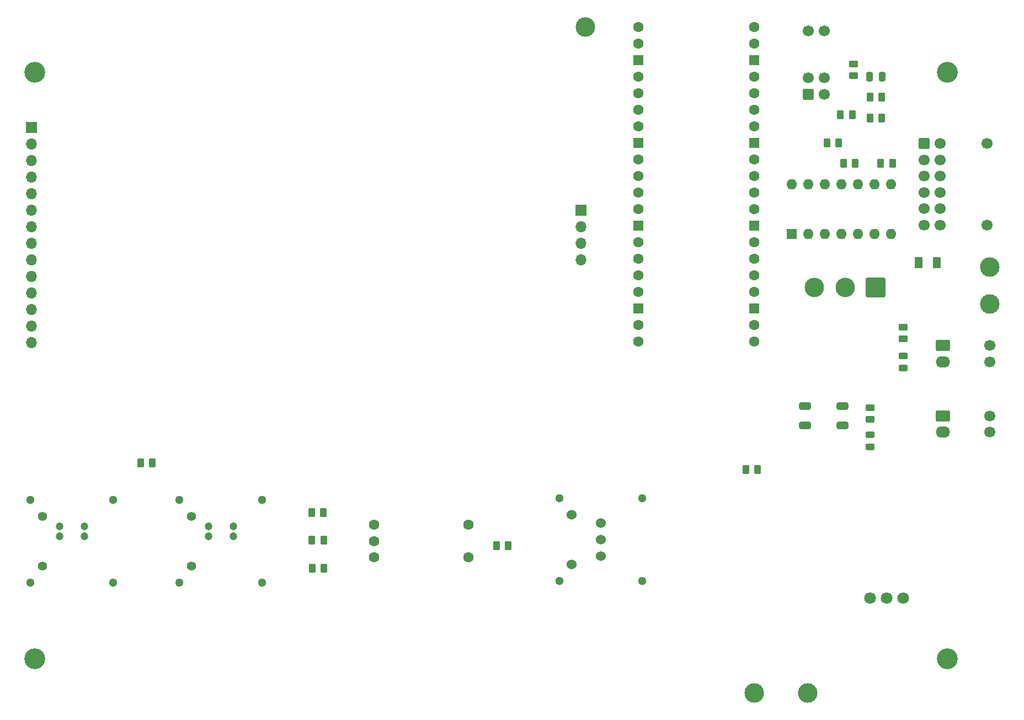
<source format=gts>
%TF.GenerationSoftware,KiCad,Pcbnew,7.0.7*%
%TF.CreationDate,2024-02-03T16:35:20-08:00*%
%TF.ProjectId,Dyno22,44796e6f-3232-42e6-9b69-6361645f7063,rev?*%
%TF.SameCoordinates,Original*%
%TF.FileFunction,Soldermask,Top*%
%TF.FilePolarity,Negative*%
%FSLAX46Y46*%
G04 Gerber Fmt 4.6, Leading zero omitted, Abs format (unit mm)*
G04 Created by KiCad (PCBNEW 7.0.7) date 2024-02-03 16:35:20*
%MOMM*%
%LPD*%
G01*
G04 APERTURE LIST*
G04 Aperture macros list*
%AMRoundRect*
0 Rectangle with rounded corners*
0 $1 Rounding radius*
0 $2 $3 $4 $5 $6 $7 $8 $9 X,Y pos of 4 corners*
0 Add a 4 corners polygon primitive as box body*
4,1,4,$2,$3,$4,$5,$6,$7,$8,$9,$2,$3,0*
0 Add four circle primitives for the rounded corners*
1,1,$1+$1,$2,$3*
1,1,$1+$1,$4,$5*
1,1,$1+$1,$6,$7*
1,1,$1+$1,$8,$9*
0 Add four rect primitives between the rounded corners*
20,1,$1+$1,$2,$3,$4,$5,0*
20,1,$1+$1,$4,$5,$6,$7,0*
20,1,$1+$1,$6,$7,$8,$9,0*
20,1,$1+$1,$8,$9,$2,$3,0*%
G04 Aperture macros list end*
%ADD10RoundRect,0.250000X-0.262500X-0.450000X0.262500X-0.450000X0.262500X0.450000X-0.262500X0.450000X0*%
%ADD11C,3.000000*%
%ADD12C,3.200000*%
%ADD13R,1.700000X1.700000*%
%ADD14O,1.700000X1.700000*%
%ADD15RoundRect,0.250000X-0.250000X-0.475000X0.250000X-0.475000X0.250000X0.475000X-0.250000X0.475000X0*%
%ADD16C,1.700000*%
%ADD17RoundRect,0.250000X-0.600000X-0.600000X0.600000X-0.600000X0.600000X0.600000X-0.600000X0.600000X0*%
%ADD18RoundRect,0.250000X0.262500X0.450000X-0.262500X0.450000X-0.262500X-0.450000X0.262500X-0.450000X0*%
%ADD19RoundRect,0.243750X0.456250X-0.243750X0.456250X0.243750X-0.456250X0.243750X-0.456250X-0.243750X0*%
%ADD20C,1.600200*%
%ADD21C,1.800000*%
%ADD22RoundRect,0.250000X0.600000X-0.600000X0.600000X0.600000X-0.600000X0.600000X-0.600000X-0.600000X0*%
%ADD23RoundRect,0.250000X-0.450000X0.262500X-0.450000X-0.262500X0.450000X-0.262500X0.450000X0.262500X0*%
%ADD24C,1.300000*%
%ADD25C,1.524000*%
%ADD26C,1.600000*%
%ADD27RoundRect,0.200000X-0.600000X-0.600000X0.600000X-0.600000X0.600000X0.600000X-0.600000X0.600000X0*%
%ADD28RoundRect,0.250000X-0.850000X-0.600000X0.850000X-0.600000X0.850000X0.600000X-0.850000X0.600000X0*%
%ADD29O,2.200000X1.700000*%
%ADD30C,1.400000*%
%ADD31C,1.200000*%
%ADD32RoundRect,0.250000X0.450000X-0.262500X0.450000X0.262500X-0.450000X0.262500X-0.450000X-0.262500X0*%
%ADD33RoundRect,0.250000X0.375000X0.625000X-0.375000X0.625000X-0.375000X-0.625000X0.375000X-0.625000X0*%
%ADD34R,1.600000X1.600000*%
%ADD35O,1.600000X1.600000*%
%ADD36RoundRect,0.250000X-0.650000X0.325000X-0.650000X-0.325000X0.650000X-0.325000X0.650000X0.325000X0*%
%ADD37RoundRect,0.102000X1.387500X1.387500X-1.387500X1.387500X-1.387500X-1.387500X1.387500X-1.387500X0*%
%ADD38C,2.979000*%
G04 APERTURE END LIST*
D10*
%TO.C,R4*%
X115015000Y-114300000D03*
X116840000Y-114300000D03*
%TD*%
D11*
%TO.C,TP2*%
X191135000Y-137795000D03*
%TD*%
D12*
%TO.C,H3*%
X72500000Y-132500000D03*
%TD*%
D13*
%TO.C,J2*%
X72000000Y-51000000D03*
D14*
X72000000Y-53540000D03*
X72000000Y-56080000D03*
X72000000Y-58620000D03*
X72000000Y-61160000D03*
X72000000Y-63700000D03*
X72000000Y-66240000D03*
X72000000Y-68780000D03*
X72000000Y-71320000D03*
X72000000Y-73860000D03*
X72000000Y-76400000D03*
X72000000Y-78940000D03*
X72000000Y-81480000D03*
X72000000Y-84020000D03*
D13*
X156300000Y-63700000D03*
D14*
X156300000Y-66240000D03*
X156300000Y-68780000D03*
X156300000Y-71320000D03*
%TD*%
D11*
%TO.C,TP4*%
X219075000Y-78105000D03*
%TD*%
D15*
%TO.C,C5*%
X200622500Y-43180000D03*
X202522500Y-43180000D03*
%TD*%
D16*
%TO.C,J4*%
X218635000Y-53460000D03*
X218635000Y-65960000D03*
D17*
X208955000Y-53460000D03*
D16*
X208955000Y-55960000D03*
X208955000Y-58460000D03*
X208955000Y-60960000D03*
X208955000Y-63460000D03*
X208955000Y-65960000D03*
X211455000Y-53460000D03*
X211455000Y-55960000D03*
X211455000Y-58460000D03*
X211455000Y-60960000D03*
X211455000Y-63460000D03*
X211455000Y-65960000D03*
%TD*%
D18*
%TO.C,R10*%
X198397500Y-56515000D03*
X196572500Y-56515000D03*
%TD*%
D19*
%TO.C,D2*%
X205740000Y-87932500D03*
X205740000Y-86057500D03*
%TD*%
D11*
%TO.C,TP5*%
X182880000Y-137795000D03*
%TD*%
D10*
%TO.C,R14*%
X196143074Y-49030790D03*
X197968074Y-49030790D03*
%TD*%
D20*
%TO.C,Encoder*%
X139055000Y-111975000D03*
X139055000Y-116975000D03*
X124555000Y-111975000D03*
X124555000Y-114475000D03*
X124555000Y-116975000D03*
%TD*%
D21*
%TO.C,RV1*%
X205725000Y-123230000D03*
X203185000Y-123230000D03*
X200645000Y-123230000D03*
%TD*%
D16*
%TO.C,J7*%
X191175000Y-36195000D03*
X193675000Y-36195000D03*
D22*
X191175000Y-45875000D03*
D16*
X193675000Y-45875000D03*
X191175000Y-43375000D03*
X193675000Y-43375000D03*
%TD*%
D23*
%TO.C,R18*%
X205740000Y-81637500D03*
X205740000Y-83462500D03*
%TD*%
D24*
%TO.C,S3*%
X152985000Y-107925000D03*
X152985000Y-120625000D03*
X165685000Y-107925000D03*
X165685000Y-120625000D03*
D25*
X154835000Y-118085000D03*
X154835000Y-110465000D03*
X159335000Y-116815000D03*
X159335000Y-111735000D03*
X159335000Y-114275000D03*
%TD*%
D26*
%TO.C,A1*%
X165100000Y-35560000D03*
X165100000Y-38100000D03*
D27*
X165100000Y-40640000D03*
D26*
X165100000Y-43180000D03*
X165100000Y-45720000D03*
X165100000Y-48260000D03*
X165100000Y-50800000D03*
D27*
X165100000Y-53340000D03*
D26*
X165100000Y-55880000D03*
X165100000Y-58420000D03*
X165100000Y-60960000D03*
X165100000Y-63500000D03*
D27*
X165100000Y-66040000D03*
D26*
X165100000Y-68580000D03*
X165100000Y-71120000D03*
X165141881Y-73660000D03*
X165100000Y-76200000D03*
D27*
X165100000Y-78740000D03*
D26*
X165100000Y-81280000D03*
X165100000Y-83820000D03*
X182880000Y-83820000D03*
X182880000Y-81280000D03*
D27*
X182880000Y-78740000D03*
D26*
X182880000Y-76200000D03*
X182880000Y-73660000D03*
X182880000Y-71120000D03*
X182880000Y-68580000D03*
D27*
X182880000Y-66040000D03*
D26*
X182880000Y-63500000D03*
X182880000Y-60960000D03*
X182880000Y-58420000D03*
X182880000Y-55880000D03*
D27*
X182880000Y-53340000D03*
D26*
X182880000Y-50800000D03*
X182880000Y-48260000D03*
X182880000Y-45720000D03*
X182880000Y-43180000D03*
D27*
X182880000Y-40640000D03*
D26*
X182880000Y-38100000D03*
X182880000Y-35560000D03*
%TD*%
D16*
%TO.C,J3*%
X219075000Y-84475000D03*
X219075000Y-86975000D03*
D28*
X211895000Y-84475000D03*
D29*
X211895000Y-86975000D03*
%TD*%
D10*
%TO.C,R2*%
X88717500Y-102450000D03*
X90542500Y-102450000D03*
%TD*%
D18*
%TO.C,R3*%
X145152500Y-115150000D03*
X143327500Y-115150000D03*
%TD*%
D11*
%TO.C,TP3*%
X156972000Y-35560000D03*
%TD*%
D18*
%TO.C,R11*%
X204112500Y-56515000D03*
X202287500Y-56515000D03*
%TD*%
D24*
%TO.C,Back*%
X71850000Y-120865000D03*
X84550000Y-120865000D03*
X71850000Y-108165000D03*
X84550000Y-108165000D03*
D30*
X73700000Y-118325000D03*
D31*
X76290000Y-113755000D03*
X76290000Y-112235000D03*
X80110000Y-112235000D03*
X80110000Y-113755000D03*
D30*
X73700000Y-110705000D03*
%TD*%
D11*
%TO.C,TP1*%
X219075000Y-72390000D03*
%TD*%
D32*
%TO.C,R13*%
X198120000Y-43057377D03*
X198120000Y-41232377D03*
%TD*%
D10*
%TO.C,R6*%
X181610000Y-103505000D03*
X183435000Y-103505000D03*
%TD*%
D24*
%TO.C,Select*%
X94710000Y-120865000D03*
X107410000Y-120865000D03*
X94710000Y-108165000D03*
X107410000Y-108165000D03*
D30*
X96560000Y-118325000D03*
D31*
X99150000Y-113755000D03*
X99150000Y-112235000D03*
X102970000Y-112235000D03*
X102970000Y-113755000D03*
D30*
X96560000Y-110705000D03*
%TD*%
D12*
%TO.C,H4*%
X72500000Y-42500000D03*
%TD*%
%TO.C,H1*%
X212500000Y-132500000D03*
%TD*%
D33*
%TO.C,F1*%
X210950000Y-71755000D03*
X208150000Y-71755000D03*
%TD*%
D34*
%TO.C,U2*%
X188690000Y-67310000D03*
D35*
X191230000Y-67310000D03*
X193770000Y-67310000D03*
X196310000Y-67310000D03*
X198850000Y-67310000D03*
X201390000Y-67310000D03*
X203930000Y-67310000D03*
X203930000Y-59690000D03*
X201390000Y-59690000D03*
X198850000Y-59690000D03*
X196310000Y-59690000D03*
X193770000Y-59690000D03*
X191230000Y-59690000D03*
X188690000Y-59690000D03*
%TD*%
D36*
%TO.C,C1*%
X196431190Y-93775000D03*
X196431190Y-96725000D03*
%TD*%
D10*
%TO.C,R16*%
X200660000Y-49530000D03*
X202485000Y-49530000D03*
%TD*%
%TO.C,R1*%
X115048983Y-118677828D03*
X116873983Y-118677828D03*
%TD*%
%TO.C,R17*%
X200660000Y-46355000D03*
X202485000Y-46355000D03*
%TD*%
D16*
%TO.C,J1*%
X219075000Y-95270000D03*
X219075000Y-97770000D03*
D28*
X211895000Y-95270000D03*
D29*
X211895000Y-97770000D03*
%TD*%
D10*
%TO.C,R5*%
X114956007Y-110064519D03*
X116781007Y-110064519D03*
%TD*%
%TO.C,R9*%
X194032500Y-53340000D03*
X195857500Y-53340000D03*
%TD*%
D37*
%TO.C,ON/OFF*%
X201550000Y-75565000D03*
D38*
X196850000Y-75565000D03*
X192150000Y-75565000D03*
%TD*%
D19*
%TO.C,D1*%
X200660000Y-99997500D03*
X200660000Y-98122500D03*
%TD*%
D36*
%TO.C,C3*%
X190716190Y-93775000D03*
X190716190Y-96725000D03*
%TD*%
D32*
%TO.C,R7*%
X200660000Y-95805000D03*
X200660000Y-93980000D03*
%TD*%
D12*
%TO.C,H2*%
X212500000Y-42500000D03*
%TD*%
M02*

</source>
